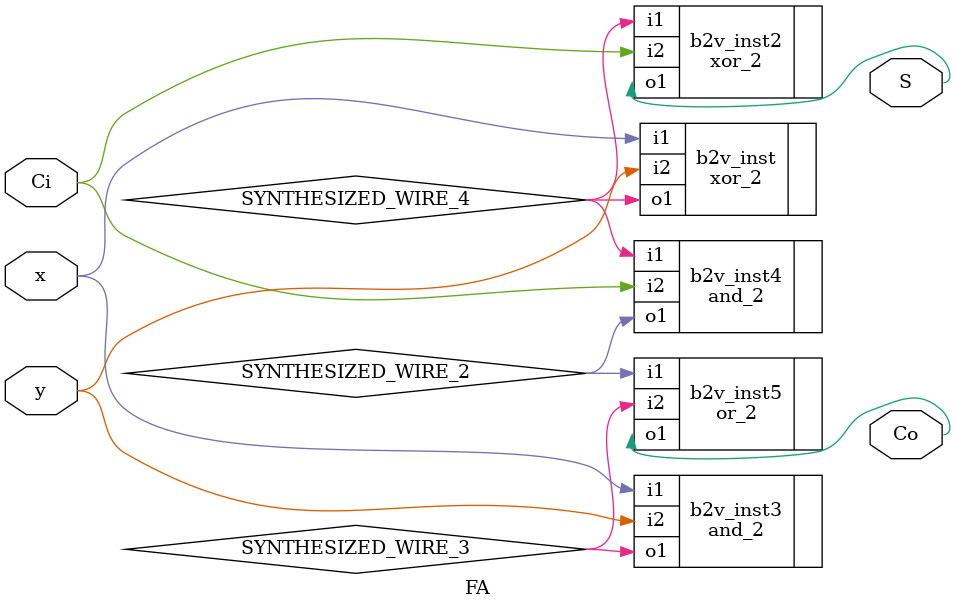
<source format=v>


module FA(
	x,
	y,
	Ci,
	S,
	Co
);


input wire	x;
input wire	y;
input wire	Ci;
output wire	S;
output wire	Co;

wire	SYNTHESIZED_WIRE_4;
wire	SYNTHESIZED_WIRE_2;
wire	SYNTHESIZED_WIRE_3;





xor_2	b2v_inst(
	.i1(x),
	.i2(y),
	.o1(SYNTHESIZED_WIRE_4));


xor_2	b2v_inst2(
	.i1(SYNTHESIZED_WIRE_4),
	.i2(Ci),
	.o1(S));


and_2	b2v_inst3(
	.i1(x),
	.i2(y),
	.o1(SYNTHESIZED_WIRE_3));


and_2	b2v_inst4(
	.i1(SYNTHESIZED_WIRE_4),
	.i2(Ci),
	.o1(SYNTHESIZED_WIRE_2));


or_2	b2v_inst5(
	.i1(SYNTHESIZED_WIRE_2),
	.i2(SYNTHESIZED_WIRE_3),
	.o1(Co));


endmodule

</source>
